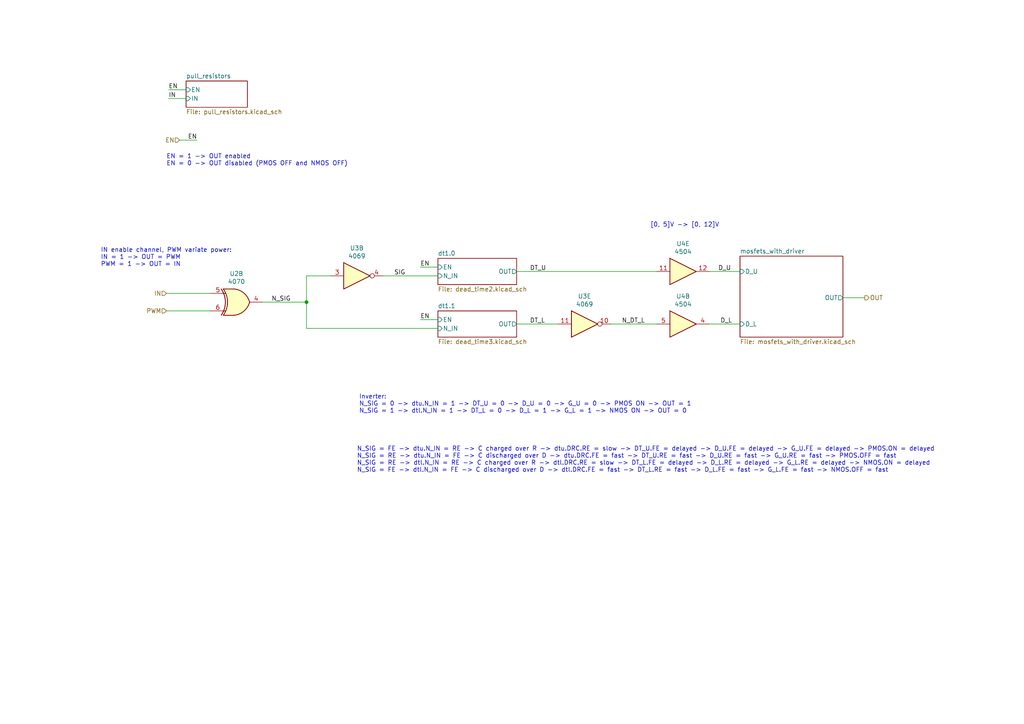
<source format=kicad_sch>
(kicad_sch (version 20211123) (generator eeschema)
  (paper "A4")
  (lib_symbols
    (symbol "4xxx:4069" (pin_names (offset 1.016))
      (property "Reference" "U" (at 0 1.27 0))
      (property "Value" "4069" (at 0 -1.27 0))
      (symbol "4069_1_0"
        (polyline (pts (xy -3.81 3.81) (xy -3.81 -3.81) (xy 3.81 0) (xy -3.81 3.81)) (stroke (width 0.254)) (fill (type background)))
        (pin input line (at -7.62 0 0) (length 3.81) (name "~") (number "1"))
        (pin output inverted (at 7.62 0 180) (length 3.81) (name "~") (number "2"))
      )
      (symbol "4069_2_0"
        (polyline (pts (xy -3.81 3.81) (xy -3.81 -3.81) (xy 3.81 0) (xy -3.81 3.81)) (stroke (width 0.254)) (fill (type background)))
        (pin input line (at -7.62 0 0) (length 3.81) (name "~") (number "3"))
        (pin output inverted (at 7.62 0 180) (length 3.81) (name "~") (number "4"))
      )
      (symbol "4069_3_0"
        (polyline (pts (xy -3.81 3.81) (xy -3.81 -3.81) (xy 3.81 0) (xy -3.81 3.81)) (stroke (width 0.254)) (fill (type background)))
        (pin input line (at -7.62 0 0) (length 3.81) (name "~") (number "5"))
        (pin output inverted (at 7.62 0 180) (length 3.81) (name "~") (number "6"))
      )
      (symbol "4069_4_0"
        (polyline (pts (xy -3.81 3.81) (xy -3.81 -3.81) (xy 3.81 0) (xy -3.81 3.81)) (stroke (width 0.254)) (fill (type background)))
        (pin output inverted (at 7.62 0 180) (length 3.81) (name "~") (number "8"))
        (pin input line (at -7.62 0 0) (length 3.81) (name "~") (number "9"))
      )
      (symbol "4069_5_0"
        (polyline (pts (xy -3.81 3.81) (xy -3.81 -3.81) (xy 3.81 0) (xy -3.81 3.81)) (stroke (width 0.254)) (fill (type background)))
        (pin output inverted (at 7.62 0 180) (length 3.81) (name "~") (number "10"))
        (pin input line (at -7.62 0 0) (length 3.81) (name "~") (number "11"))
      )
      (symbol "4069_6_0"
        (polyline (pts (xy -3.81 3.81) (xy -3.81 -3.81) (xy 3.81 0) (xy -3.81 3.81)) (stroke (width 0.254)) (fill (type background)))
        (pin output inverted (at 7.62 0 180) (length 3.81) (name "~") (number "12"))
        (pin input line (at -7.62 0 0) (length 3.81) (name "~") (number "13"))
      )
      (symbol "4069_7_0"
        (pin power_in line (at 0 12.7 270) (length 5.08) (name "VDD") (number "14"))
        (pin power_in line (at 0 -12.7 90) (length 5.08) (name "VSS") (number "7"))
      )
      (symbol "4069_7_1"
        (rectangle (start -5.08 7.62) (end 5.08 -7.62) (stroke (width 0.254)) (fill (type background)))
      )
    )
    (symbol "4xxx:4070" (pin_names (offset 1.016))
      (property "Reference" "U" (at 0 1.27 0))
      (property "Value" "4070" (at 0 -1.27 0))
      (symbol "4070_1_0"
        (arc (start -4.4196 -3.81) (mid -3.2033 0) (end -4.4196 3.81) (stroke (width 0.254)))
        (arc (start -3.81 -3.81) (mid -2.589 0) (end -3.81 3.81) (stroke (width 0.254)))
        (arc (start -0.6096 -3.81) (mid 2.1842 -2.5851) (end 3.81 0) (stroke (width 0.254)) (fill (type background)))
        (polyline (pts (xy -3.81 -3.81) (xy -0.635 -3.81)) (stroke (width 0.254)) (fill (type background)))
        (polyline (pts (xy -3.81 3.81) (xy -0.635 3.81)) (stroke (width 0.254)) (fill (type background)))
        (polyline (pts (xy -0.635 3.81) (xy -3.81 3.81) (xy -3.81 3.81) (xy -3.556 3.4036) (xy -3.0226 2.2606) (xy -2.6924 1.0414) (xy -2.6162 -0.254) (xy -2.7686 -1.4986) (xy -3.175 -2.7178) (xy -3.81 -3.81) (xy -3.81 -3.81) (xy -0.635 -3.81)) (stroke (width -25.4)) (fill (type background)))
        (arc (start 3.81 0) (mid 2.1915 2.5936) (end -0.6096 3.81) (stroke (width 0.254)) (fill (type background)))
        (pin input line (at -7.62 2.54 0) (length 4.445) (name "~") (number "1"))
        (pin input line (at -7.62 -2.54 0) (length 4.445) (name "~") (number "2"))
        (pin output line (at 7.62 0 180) (length 3.81) (name "~") (number "3"))
      )
      (symbol "4070_1_1"
        (polyline (pts (xy -3.81 -2.54) (xy -3.175 -2.54)) (stroke (width 0.1524)))
        (polyline (pts (xy -3.81 2.54) (xy -3.175 2.54)) (stroke (width 0.1524)))
      )
      (symbol "4070_2_0"
        (arc (start -4.4196 -3.81) (mid -3.2033 0) (end -4.4196 3.81) (stroke (width 0.254)))
        (arc (start -3.81 -3.81) (mid -2.589 0) (end -3.81 3.81) (stroke (width 0.254)))
        (arc (start -0.6096 -3.81) (mid 2.1842 -2.5851) (end 3.81 0) (stroke (width 0.254)) (fill (type background)))
        (polyline (pts (xy -3.81 -3.81) (xy -0.635 -3.81)) (stroke (width 0.254)) (fill (type background)))
        (polyline (pts (xy -3.81 3.81) (xy -0.635 3.81)) (stroke (width 0.254)) (fill (type background)))
        (polyline (pts (xy -0.635 3.81) (xy -3.81 3.81) (xy -3.81 3.81) (xy -3.556 3.4036) (xy -3.0226 2.2606) (xy -2.6924 1.0414) (xy -2.6162 -0.254) (xy -2.7686 -1.4986) (xy -3.175 -2.7178) (xy -3.81 -3.81) (xy -3.81 -3.81) (xy -0.635 -3.81)) (stroke (width -25.4)) (fill (type background)))
        (arc (start 3.81 0) (mid 2.1915 2.5936) (end -0.6096 3.81) (stroke (width 0.254)) (fill (type background)))
        (pin output line (at 7.62 0 180) (length 3.81) (name "~") (number "4"))
        (pin input line (at -7.62 2.54 0) (length 4.445) (name "~") (number "5"))
        (pin input line (at -7.62 -2.54 0) (length 4.445) (name "~") (number "6"))
      )
      (symbol "4070_2_1"
        (polyline (pts (xy -3.81 -2.54) (xy -3.175 -2.54)) (stroke (width 0.1524)))
        (polyline (pts (xy -3.81 2.54) (xy -3.175 2.54)) (stroke (width 0.1524)))
      )
      (symbol "4070_3_0"
        (arc (start -4.4196 -3.81) (mid -3.2033 0) (end -4.4196 3.81) (stroke (width 0.254)))
        (arc (start -3.81 -3.81) (mid -2.589 0) (end -3.81 3.81) (stroke (width 0.254)))
        (arc (start -0.6096 -3.81) (mid 2.1842 -2.5851) (end 3.81 0) (stroke (width 0.254)) (fill (type background)))
        (polyline (pts (xy -3.81 -3.81) (xy -0.635 -3.81)) (stroke (width 0.254)) (fill (type background)))
        (polyline (pts (xy -3.81 3.81) (xy -0.635 3.81)) (stroke (width 0.254)) (fill (type background)))
        (polyline (pts (xy -0.635 3.81) (xy -3.81 3.81) (xy -3.81 3.81) (xy -3.556 3.4036) (xy -3.0226 2.2606) (xy -2.6924 1.0414) (xy -2.6162 -0.254) (xy -2.7686 -1.4986) (xy -3.175 -2.7178) (xy -3.81 -3.81) (xy -3.81 -3.81) (xy -0.635 -3.81)) (stroke (width -25.4)) (fill (type background)))
        (arc (start 3.81 0) (mid 2.1915 2.5936) (end -0.6096 3.81) (stroke (width 0.254)) (fill (type background)))
        (pin output line (at 7.62 0 180) (length 3.81) (name "~") (number "10"))
        (pin input line (at -7.62 2.54 0) (length 4.445) (name "~") (number "8"))
        (pin input line (at -7.62 -2.54 0) (length 4.445) (name "~") (number "9"))
      )
      (symbol "4070_3_1"
        (polyline (pts (xy -3.81 -2.54) (xy -3.175 -2.54)) (stroke (width 0.1524)))
        (polyline (pts (xy -3.81 2.54) (xy -3.175 2.54)) (stroke (width 0.1524)))
      )
      (symbol "4070_4_0"
        (arc (start -4.4196 -3.81) (mid -3.2033 0) (end -4.4196 3.81) (stroke (width 0.254)))
        (arc (start -3.81 -3.81) (mid -2.589 0) (end -3.81 3.81) (stroke (width 0.254)))
        (arc (start -0.6096 -3.81) (mid 2.1842 -2.5851) (end 3.81 0) (stroke (width 0.254)) (fill (type background)))
        (polyline (pts (xy -3.81 -3.81) (xy -0.635 -3.81)) (stroke (width 0.254)) (fill (type background)))
        (polyline (pts (xy -3.81 3.81) (xy -0.635 3.81)) (stroke (width 0.254)) (fill (type background)))
        (polyline (pts (xy -0.635 3.81) (xy -3.81 3.81) (xy -3.81 3.81) (xy -3.556 3.4036) (xy -3.0226 2.2606) (xy -2.6924 1.0414) (xy -2.6162 -0.254) (xy -2.7686 -1.4986) (xy -3.175 -2.7178) (xy -3.81 -3.81) (xy -3.81 -3.81) (xy -0.635 -3.81)) (stroke (width -25.4)) (fill (type background)))
        (arc (start 3.81 0) (mid 2.1915 2.5936) (end -0.6096 3.81) (stroke (width 0.254)) (fill (type background)))
        (pin output line (at 7.62 0 180) (length 3.81) (name "~") (number "11"))
        (pin input line (at -7.62 2.54 0) (length 4.445) (name "~") (number "12"))
        (pin input line (at -7.62 -2.54 0) (length 4.445) (name "~") (number "13"))
      )
      (symbol "4070_4_1"
        (polyline (pts (xy -3.81 -2.54) (xy -3.175 -2.54)) (stroke (width 0.1524)))
        (polyline (pts (xy -3.81 2.54) (xy -3.175 2.54)) (stroke (width 0.1524)))
      )
      (symbol "4070_5_0"
        (pin power_in line (at 0 12.7 270) (length 5.08) (name "VDD") (number "14"))
        (pin power_in line (at 0 -12.7 90) (length 5.08) (name "VSS") (number "7"))
      )
      (symbol "4070_5_1"
        (rectangle (start -5.08 7.62) (end 5.08 -7.62) (stroke (width 0.254)) (fill (type background)))
      )
    )
    (symbol "Local:4504" (pin_names (offset 1.016))
      (property "Reference" "U" (at 0 1.27 0))
      (property "Value" "4504" (at 0 -1.27 0))
      (symbol "4504_1_0"
        (polyline (pts (xy -3.81 3.81) (xy -3.81 -3.81) (xy 3.81 0) (xy -3.81 3.81)) (stroke (width 0.254)) (fill (type background)))
        (pin output line (at 7.62 0 180) (length 3.81) (name "~") (number "2"))
        (pin input line (at -7.62 0 0) (length 3.81) (name "~") (number "3"))
      )
      (symbol "4504_2_0"
        (polyline (pts (xy -3.81 3.81) (xy -3.81 -3.81) (xy 3.81 0) (xy -3.81 3.81)) (stroke (width 0.254)) (fill (type background)))
        (pin output line (at 7.62 0 180) (length 3.81) (name "~") (number "4"))
        (pin input line (at -7.62 0 0) (length 3.81) (name "~") (number "5"))
      )
      (symbol "4504_3_0"
        (polyline (pts (xy -3.81 3.81) (xy -3.81 -3.81) (xy 3.81 0) (xy -3.81 3.81)) (stroke (width 0.254)) (fill (type background)))
        (pin output line (at 7.62 0 180) (length 3.81) (name "~") (number "6"))
        (pin input line (at -7.62 0 0) (length 3.81) (name "~") (number "7"))
      )
      (symbol "4504_4_0"
        (polyline (pts (xy -3.81 3.81) (xy -3.81 -3.81) (xy 3.81 0) (xy -3.81 3.81)) (stroke (width 0.254)) (fill (type background)))
        (pin output line (at 7.62 0 180) (length 3.81) (name "~") (number "10"))
        (pin input line (at -7.62 0 0) (length 3.81) (name "~") (number "9"))
      )
      (symbol "4504_5_0"
        (polyline (pts (xy -3.81 3.81) (xy -3.81 -3.81) (xy 3.81 0) (xy -3.81 3.81)) (stroke (width 0.254)) (fill (type background)))
        (pin input line (at -7.62 0 0) (length 3.81) (name "~") (number "11"))
        (pin output line (at 7.62 0 180) (length 3.81) (name "~") (number "12"))
      )
      (symbol "4504_6_0"
        (polyline (pts (xy -3.81 3.81) (xy -3.81 -3.81) (xy 3.81 0) (xy -3.81 3.81)) (stroke (width 0.254)) (fill (type background)))
        (pin input line (at -7.62 0 0) (length 3.81) (name "~") (number "14"))
        (pin output line (at 7.62 0 180) (length 3.81) (name "~") (number "15"))
      )
      (symbol "4504_7_0"
        (pin power_in line (at -5.08 12.7 270) (length 5.08) (name "VCC") (number "1"))
        (pin power_in line (at 0 -16.51 90) (length 5.08) (name "VSS") (number "8"))
      )
      (symbol "4504_7_1"
        (rectangle (start -8.89 7.62) (end 8.89 -11.43) (stroke (width 0.254)) (fill (type background)))
        (pin input line (at -13.97 -5.08 0) (length 5.08) (name "SELECT") (number "13"))
        (pin power_in line (at 5.08 12.7 270) (length 5.08) (name "VDD") (number "16"))
      )
    )
  )
  (junction (at 88.9 87.63))
  (wire (pts (xy 88.9 80.01) (xy 88.9 87.63)))
  (wire (pts (xy 149.86 78.74) (xy 190.5 78.74)))
  (wire (pts (xy 76.2 87.63) (xy 88.9 87.63)))
  (wire (pts (xy 121.92 92.71) (xy 127 92.71)))
  (wire (pts (xy 250.825 86.36) (xy 244.475 86.36)))
  (wire (pts (xy 127 77.47) (xy 121.92 77.47)))
  (wire (pts (xy 53.975 26.035) (xy 48.895 26.035)))
  (wire (pts (xy 52.07 40.64) (xy 57.15 40.64)))
  (wire (pts (xy 205.74 78.74) (xy 214.63 78.74)))
  (wire (pts (xy 88.9 80.01) (xy 95.885 80.01)))
  (wire (pts (xy 53.975 28.575) (xy 48.895 28.575)))
  (wire (pts (xy 205.74 93.98) (xy 214.63 93.98)))
  (wire (pts (xy 48.26 90.17) (xy 60.96 90.17)))
  (wire (pts (xy 88.9 95.25) (xy 127 95.25)))
  (wire (pts (xy 111.125 80.01) (xy 127 80.01)))
  (wire (pts (xy 88.9 95.25) (xy 88.9 87.63)))
  (wire (pts (xy 190.5 93.98) (xy 177.165 93.98)))
  (wire (pts (xy 48.26 85.09) (xy 60.96 85.09)))
  (wire (pts (xy 161.925 93.98) (xy 149.86 93.98)))
  (text "Inverter:\nN_SIG = 0 -> dtu.N_IN = 1 -> DT_U = 0 -> D_U = 0 -> G_U = 0 -> PMOS ON -> OUT = 1\nN_SIG = 1 -> dtl.N_IN = 1 -> DT_L = 0 -> D_L = 1 -> G_L = 1 -> NMOS ON -> OUT = 0" (at 104.14 120.015 0) (effects (font (size 1.27 1.27)) (justify left bottom)))
  (text "N_SIG = FE -> dtu.N_IN = RE -> C charged over R -> dtu.DRC.RE = slow -> DT_U.FE = delayed -> D_U.FE = delayed -> G_U.FE = delayed -> PMOS.ON = delayed\nN_SIG = RE -> dtu.N_IN = FE -> C discharged over D -> dtu.DRC.FE = fast -> DT_U.RE = fast -> D_U.RE = fast -> G_U.RE = fast -> PMOS.OFF = fast\nN_SIG = RE -> dtl.N_IN = RE -> C charged over R -> dtl.DRC.RE = slow -> DT_L.FE = delayed -> D_L.RE = delayed -> G_L.RE = delayed -> NMOS.ON = delayed\nN_SIG = FE -> dtl.N_IN = FE -> C discharged over D -> dtl.DRC.FE = fast -> DT_L.RE = fast -> D_L.FE = fast -> G_L.FE = fast -> NMOS.OFF = fast" (at 103.505 137.16 0) (effects (font (size 1.27 1.27)) (justify left bottom)))
  (text "[0, 5]V -> [0, 12]V" (at 188.595 66.04 0) (effects (font (size 1.27 1.27)) (justify left bottom)))
  (text "EN = 1 -> OUT enabled\nEN = 0 -> OUT disabled (PMOS OFF and NMOS OFF)" (at 48.26 48.26 0) (effects (font (size 1.27 1.27)) (justify left bottom)))
  (text "IN enable channel, PWM variate power:\nIN = 1 -> OUT = PWM\nPWM = 1 -> OUT = IN" (at 29.21 77.47 0) (effects (font (size 1.27 1.27)) (justify left bottom)))
  (label "EN" (at 57.15 40.64 180))
  (label "D_L" (at 208.915 93.98 0))
  (label "EN" (at 48.895 26.035 0))
  (label "EN" (at 121.92 92.71 0))
  (label "DT_L" (at 153.67 93.98 0))
  (label "EN" (at 121.92 77.47 0))
  (label "DT_U" (at 153.67 78.74 0))
  (label "D_U" (at 208.28 78.74 0))
  (label "SIG" (at 114.3 80.01 0))
  (label "IN" (at 48.895 28.575 0))
  (label "N_SIG" (at 78.74 87.63 0))
  (label "N_DT_L" (at 180.34 93.98 0))
  (hierarchical_label "IN" (shape input) (at 48.26 85.09 180))
  (hierarchical_label "EN" (shape input) (at 52.07 40.64 180))
  (hierarchical_label "OUT" (shape output) (at 250.825 86.36 0))
  (hierarchical_label "PWM" (shape input) (at 48.26 90.17 180))
  (symbol (lib_id "Local:4504") (at 198.12 78.74 0) (unit 5)
    (property "Reference" "U4" (at 198.12 70.6882 0))
    (property "Value" "4504" (at 198.12 72.9996 0))
    (property "Footprint" "Package_DIP:DIP-16_W7.62mm" (effects hide))
    (property "Datasheet" "http://www.ti.com/lit/ds/symlink/cd4504b.pdf" (effects hide))
  )
  (symbol (lib_id "4xxx:4070") (at 68.58 87.63 0) (unit 2)
    (property "Reference" "U2" (at 68.58 79.375 0))
    (property "Value" "4070" (at 68.58 81.6864 0))
    (property "Footprint" "Package_DIP:DIP-14_W7.62mm" (effects hide))
    (property "Datasheet" "http://www.intersil.com/content/dam/Intersil/documents/cd40/cd4070bms-77bms.pdf" (effects hide))
  )
  (symbol (lib_id "Local:4504") (at 198.12 93.98 0) (unit 2)
    (property "Reference" "U4" (at 198.12 85.9282 0))
    (property "Value" "4504" (at 198.12 88.2396 0))
    (property "Footprint" "Package_DIP:DIP-16_W7.62mm" (effects hide))
    (property "Datasheet" "http://www.ti.com/lit/ds/symlink/cd4504b.pdf" (effects hide))
  )
  (symbol (lib_id "4xxx:4069") (at 103.505 80.01 0) (unit 2)
    (property "Reference" "U3" (at 103.505 71.9582 0))
    (property "Value" "4069" (at 103.505 74.2696 0))
    (property "Footprint" "Package_DIP:DIP-14_W7.62mm" (effects hide))
    (property "Datasheet" "http://www.intersil.com/content/dam/Intersil/documents/cd40/cd4069ubms.pdf" (effects hide))
  )
  (symbol (lib_id "4xxx:4069") (at 169.545 93.98 0) (unit 5)
    (property "Reference" "U3" (at 169.545 85.9282 0))
    (property "Value" "4069" (at 169.545 88.2396 0))
    (property "Footprint" "Package_DIP:DIP-14_W7.62mm" (effects hide))
    (property "Datasheet" "http://www.intersil.com/content/dam/Intersil/documents/cd40/cd4069ubms.pdf" (effects hide))
  )
  (sheet (at 214.63 74.295) (size 29.845 23.495)
    (property "Sheet name" "mosfets_with_driver" (at 214.63 73.5834 0) (effects (justify left bottom)))
    (property "Sheet file" "mosfets_with_driver.kicad_sch" (at 214.63 98.3746 0) (effects (justify left top)))
    (pin "OUT" output (at 244.475 86.36 0))
    (pin "D_U" input (at 214.63 78.74 180))
    (pin "D_L" input (at 214.63 93.98 180))
  )
  (sheet (at 127 74.93) (size 22.86 7.62)
    (property "Sheet name" "dt1.0" (at 127 74.2184 0) (effects (justify left bottom)))
    (property "Sheet file" "dead_time2.kicad_sch" (at 127 83.1346 0) (effects (justify left top)))
    (pin "EN" input (at 127 77.47 180))
    (pin "OUT" output (at 149.86 78.74 0))
    (pin "N_IN" input (at 127 80.01 180))
  )
  (sheet (at 53.975 23.495) (size 17.78 7.62)
    (property "Sheet name" "pull_resistors" (at 53.975 22.7834 0) (effects (justify left bottom)))
    (property "Sheet file" "pull_resistors.kicad_sch" (at 53.975 31.6996 0) (effects (justify left top)))
    (pin "IN" input (at 53.975 28.575 180))
    (pin "EN" input (at 53.975 26.035 180))
  )
  (sheet (at 127 90.17) (size 22.86 7.62)
    (property "Sheet name" "dt1.1" (at 127 89.4584 0) (effects (justify left bottom)))
    (property "Sheet file" "dead_time3.kicad_sch" (at 127 98.3746 0) (effects (justify left top)))
    (pin "EN" input (at 127 92.71 180))
    (pin "OUT" output (at 149.86 93.98 0))
    (pin "N_IN" input (at 127 95.25 180))
  )
)
</source>
